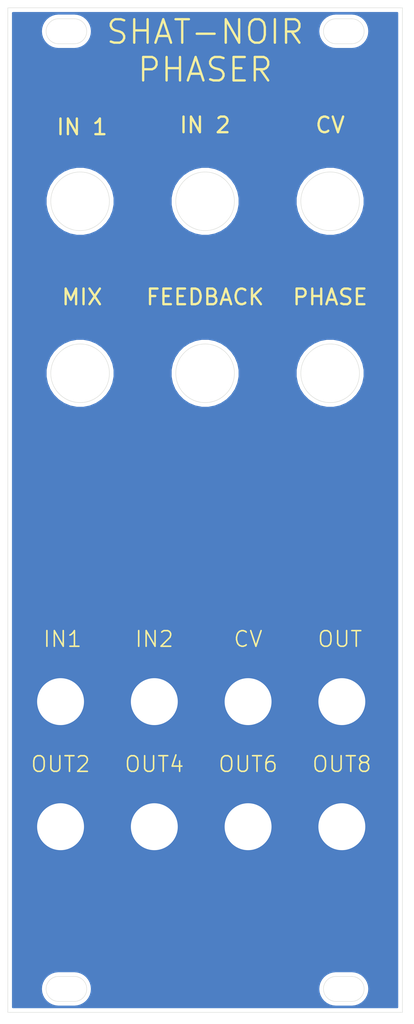
<source format=kicad_pcb>
(kicad_pcb (version 20171130) (host pcbnew "(5.1.9-0-10_14)")
  (layers (0 F.Cu signal) (31 B.Cu signal) (34 B.Paste user hide) (35 F.Paste user hide) (36 B.SilkS user hide) (37 F.SilkS user) (38 B.Mask user hide) (39 F.Mask user) (44 Edge.Cuts user))
  (net 0 "")
  (net 1 GND)
  (module "custom footprints:potleaf_small_copper" (layer F.Cu) (at 25 123.5)
    (fp_text reference REF** hide)
    (fp_text value potleaf_small_copper)
    (fp_poly (pts (xy -3.4036 -3.9751) (xy -3.0861 -3.7338) (xy -2.52095 -3.4163) (xy -1.92405 -2.9845) (xy -1.5494 -2.6035) (xy -1.14935 -2.03835) (xy -0.55245 -0.85725) (xy -0.254 -0.2921) (xy -0.2413 -0.2794) (xy -0.5715 -0.254) (xy -0.6731 -0.3048) (xy -1.0287 -0.55245) (xy -1.4351 -0.92075) (xy -1.7653 -1.27) (xy -2.1209 -1.7018) (xy -2.4003 -2.1209) (xy -2.5908 -2.3749) (xy -2.8448 -2.8321) (xy -3.0988 -3.2004) (xy -3.3401 -3.6195) (xy -3.6195 -4.1783)) (layer F.Cu) (width 0.1))
    (fp_poly (pts (xy -1.997075 -0.796925) (xy -1.660525 -0.701675) (xy -1.397 -0.6096) (xy -0.6985 -0.2032) (xy -0.66802 -0.17526) (xy -0.6604 -0.1905) (xy -0.6604 -0.1778) (xy -0.66802 -0.17526) (xy -0.7493 -0.0127) (xy -0.3556 0.127) (xy -0.56515 0.1524) (xy -0.95885 0.1778) (xy -1.4351 0.1778) (xy -1.8796 0.1143) (xy -2.3622 0) (xy -2.7559 -0.1143) (xy -3.1623 -0.3429) (xy -3.4798 -0.5715) (xy -3.8862 -0.6985) (xy -3.2385 -0.7493) (xy -2.7051 -0.7874) (xy -2.24155 -0.79375)) (layer F.Cu) (width 0.1))
    (fp_poly (pts (xy -0.13335 0.2667) (xy -0.50165 0.6985) (xy -0.9398 0.97155) (xy -1.3208 1.11125) (xy -2.0701 1.27635) (xy -1.5875 0.7493) (xy -1.1938 0.4826) (xy -0.8255 0.2794) (xy -0.3556 0.2032) (xy -0.3302 0.2032)) (layer F.Cu) (width 0.1))
    (fp_poly (pts (xy 0 -0.2159) (xy -0.211138 -0.022225) (xy 0.007937 0.073025) (xy 0.758825 0.61595) (xy 0.57785 0.7112) (xy 0 0.254) (xy 0.0127 1.3462) (xy -0.1016 1.2065) (xy -0.10795 0.3175) (xy -0.0635 0.3175) (xy -0.4445 0.1016) (xy -0.73025 -0.0508) (xy -0.56515 -0.3302)) (layer F.Cu) (width 0.1))
    (fp_poly (pts (xy 0.64135 0.2413) (xy 1.1938 0.5207) (xy 1.520825 0.847725) (xy 1.655763 1.077913) (xy 1.887538 1.347788) (xy 1.58115 1.26365) (xy 1.32715 1.18745) (xy 1.14935 1.12395) (xy 0.7747 0.9906) (xy 0.415925 0.796925) (xy 0.155575 0.511175) (xy 0.03175 0.34925) (xy 0.09525 0.38735) (xy 0.06985 0.32385) (xy 0.13335 0.1524)) (layer F.Cu) (width 0.1))
    (fp_poly (pts (xy 3.0734 -0.762) (xy 3.5052 -0.7366) (xy 4.083207 -0.726057) (xy 3.4036 -0.5715) (xy 2.9718 -0.381) (xy 2.6289 -0.1651) (xy 2.2098 0) (xy 1.6764 0.0889) (xy 1.2319 0.1143) (xy 0.65405 0.09525) (xy 0.0762 0.0762) (xy 0.0127 0) (xy 0.2286 -0.0635) (xy 0.235585 -0.1143) (xy 0.551815 -0.2413) (xy 1.08585 -0.4699) (xy 1.6383 -0.6731) (xy 2.032 -0.7874) (xy 2.4765 -0.7874)) (layer F.Cu) (width 0.1))
    (fp_poly (pts (xy 3.0607 -3.4163) (xy 2.8194 -2.921) (xy 2.6162 -2.4638) (xy 2.35585 -1.9431) (xy 2.0828 -1.5875) (xy 1.77165 -1.17475) (xy 1.30175 -0.78105) (xy 0.8001 -0.4445) (xy -0.3048 0.1524) (xy -0.2794 -0.1778) (xy 0.0254 -0.2286) (xy 0.27305 -0.66675) (xy 0.48895 -1.1303) (xy 0.65405 -1.4605) (xy 0.8382 -1.7526) (xy 1.0033 -2.0701) (xy 1.2827 -2.4257) (xy 1.5621 -2.7432) (xy 1.8923 -3.0353) (xy 2.2352 -3.2639) (xy 2.6162 -3.5179) (xy 3.0099 -3.7846) (xy 3.5433 -4.1783)) (layer F.Cu) (width 0.1))
    (fp_poly (pts (xy 0.2159 -5.5499) (xy 0.3175 -5.0673) (xy 0.4318 -4.6101) (xy 0.51435 -4.2799) (xy 0.57785 -3.8989) (xy 0.6223 -3.3782) (xy 0.6223 -2.8448) (xy 0.5715 -2.2606) (xy 0.508 -1.7399) (xy 0.365125 -1.2446) (xy 0.066675 -0.2286) (xy -0.14605 -0.2794) (xy -0.381 -1.1938) (xy -0.554038 -2.0574) (xy -0.538163 -2.8448) (xy -0.485775 -3.5052) (xy -0.32385 -4.2799) (xy -0.0889 -5.0927) (xy 0.0381 -5.8674) (xy 0.1016 -6.3881)) (layer F.Cu) (width 0.1))
  )
  (module "custom footprints:6mm_mounting_hole_thonkiconn" (layer F.Cu) (at 42.75 104.75)
    (fp_text reference TP1 hide)
    (fp_text value TestPoint)
    (pad 1 thru_hole circle (at 0 0) (size 6.1 6.1) (drill 6) (layers *.Cu *.Mask) (net 1 GND))
  )
  (module "custom footprints:6mm_mounting_hole_thonkiconn" (layer F.Cu) (at 6.75 88.75)
    (fp_text reference TP1 hide)
    (fp_text value TestPoint)
    (pad 1 thru_hole circle (at 0 0) (size 6.1 6.1) (drill 6) (layers *.Cu *.Mask) (net 1 GND))
  )
  (module "custom footprints:6mm_mounting_hole_thonkiconn" (layer F.Cu) (at 42.75 88.75)
    (fp_text reference TP1 hide)
    (fp_text value TestPoint)
    (pad 1 thru_hole circle (at 0 0) (size 6.1 6.1) (drill 6) (layers *.Cu *.Mask) (net 1 GND))
  )
  (module "custom footprints:6mm_mounting_hole_thonkiconn" (layer F.Cu) (at 30.75 88.75)
    (fp_text reference TP1 hide)
    (fp_text value TestPoint)
    (pad 1 thru_hole circle (at 0 0) (size 6.1 6.1) (drill 6) (layers *.Cu *.Mask) (net 1 GND))
  )
  (module "custom footprints:6mm_mounting_hole_thonkiconn" (layer F.Cu) (at 18.75 88.75)
    (fp_text reference TP1 hide)
    (fp_text value TestPoint)
    (pad 1 thru_hole circle (at 0 0) (size 6.1 6.1) (drill 6) (layers *.Cu *.Mask) (net 1 GND))
  )
  (module "custom footprints:6mm_mounting_hole_thonkiconn" (layer F.Cu) (at 6.75 104.75)
    (fp_text reference TP1 hide)
    (fp_text value TestPoint)
    (pad 1 thru_hole circle (at 0 0) (size 6.1 6.1) (drill 6) (layers *.Cu *.Mask) (net 1 GND))
  )
  (module "custom footprints:6mm_mounting_hole_thonkiconn" (layer F.Cu) (at 30.75 104.75)
    (fp_text reference TP1 hide)
    (fp_text value TestPoint)
    (pad 1 thru_hole circle (at 0 0) (size 6.1 6.1) (drill 6) (layers *.Cu *.Mask) (net 1 GND))
  )
  (module "custom footprints:6mm_mounting_hole_thonkiconn" (layer F.Cu) (at 18.75 104.75)
    (fp_text reference TP1 hide)
    (fp_text value TestPoint)
    (pad 1 thru_hole circle (at 0 0) (size 6.1 6.1) (drill 6) (layers *.Cu *.Mask) (net 1 GND))
  )
  (gr_text OUT8 (at 42.75 96.75) (layer F.SilkS) (effects (font (size 2 2) (thickness 0.2))))
  (gr_text OUT6 (at 30.75 96.75) (layer F.SilkS) (effects (font (size 2 2) (thickness 0.2))))
  (gr_text OUT4 (at 18.75 96.75) (layer F.SilkS) (effects (font (size 2 2) (thickness 0.2))))
  (gr_text OUT2 (at 6.75 96.75) (layer F.SilkS) (effects (font (size 2 2) (thickness 0.2))))
  (gr_text OUT (at 42.5 80.75) (layer F.SilkS) (effects (font (size 2 2) (thickness 0.2))))
  (gr_text CV (at 30.75 80.75) (layer F.SilkS) (effects (font (size 2 2) (thickness 0.2))))
  (gr_text IN2 (at 18.75 80.75) (layer F.SilkS) (effects (font (size 2 2) (thickness 0.2))))
  (gr_line (start 42.75 104.75) (end 9.5 104.75) (layer F.Cu) (width 2))
  (gr_line (start 17.75 88.75) (end 7.75 88.75) (layer F.Cu) (width 2))
  (gr_text IN1 (at 7 80.75) (layer F.SilkS) (effects (font (size 2 2) (thickness 0.2))))
  (gr_text "SHAT-NOIR\nPHASER" (at 25.25 5.5) (layer F.SilkS) (effects (font (size 3 3) (thickness 0.3))))
  (gr_text "IN 1" (at 9.5 15.25) (layer F.SilkS) (effects (font (size 2 2) (thickness 0.3))))
  (gr_text "IN 2" (at 25.25 15) (layer F.SilkS) (effects (font (size 2 2) (thickness 0.3))))
  (gr_text CV (at 41.25 15) (layer F.SilkS) (effects (font (size 2 2) (thickness 0.3))))
  (gr_text PHASE (at 41.25 37) (layer F.SilkS) (effects (font (size 2 2) (thickness 0.3))))
  (gr_text FEEDBACK (at 25.25 37) (layer F.SilkS) (effects (font (size 2 2) (thickness 0.3))))
  (gr_text MIX (at 9.5 37) (layer F.SilkS) (effects (font (size 2 2) (thickness 0.3))))
  (gr_circle (center 41.25 46.75) (end 45 46.75) (layer Edge.Cuts) (width 0.05))
  (gr_circle (center 25.25 46.75) (end 29 46.75) (layer Edge.Cuts) (width 0.05))
  (gr_circle (center 9.25 46.75) (end 13 46.75) (layer Edge.Cuts) (width 0.05))
  (gr_circle (center 41.25 24.75) (end 45 24.75) (layer Edge.Cuts) (width 0.05))
  (gr_circle (center 25.25 24.75) (end 29 24.75) (layer Edge.Cuts) (width 0.05))
  (gr_circle (center 9.25 24.75) (end 13 24.75) (layer Edge.Cuts) (width 0.05))
  (gr_arc (start 8.5 125.5) (end 8.5 127.1) (angle -180) (layer Edge.Cuts) (width 0.05))
  (gr_line (start 6.5 123.9) (end 8.5 123.9) (layer Edge.Cuts) (width 0.05))
  (gr_arc (start 6.5 125.5) (end 6.5 123.9) (angle -180) (layer Edge.Cuts) (width 0.05))
  (gr_line (start 6.5 127.1) (end 8.5 127.1) (layer Edge.Cuts) (width 0.05))
  (gr_arc (start 8.5 3) (end 8.5 4.6) (angle -180) (layer Edge.Cuts) (width 0.05))
  (gr_line (start 6.5 1.4) (end 8.5 1.4) (layer Edge.Cuts) (width 0.05))
  (gr_arc (start 6.5 3) (end 6.5 1.4) (angle -180) (layer Edge.Cuts) (width 0.05))
  (gr_line (start 6.5 4.6) (end 8.5 4.6) (layer Edge.Cuts) (width 0.05))
  (gr_arc (start 44 125.5) (end 44 127.1) (angle -180) (layer Edge.Cuts) (width 0.05))
  (gr_line (start 42 123.9) (end 44 123.9) (layer Edge.Cuts) (width 0.05))
  (gr_arc (start 42 125.5) (end 42 123.9) (angle -180) (layer Edge.Cuts) (width 0.05))
  (gr_line (start 42 127.1) (end 44 127.1) (layer Edge.Cuts) (width 0.05))
  (gr_line (start 42 1.4) (end 44 1.4) (layer Edge.Cuts) (width 0.05))
  (gr_line (start 42 4.6) (end 44 4.6) (layer Edge.Cuts) (width 0.05))
  (gr_arc (start 42 3) (end 42 1.4) (angle -180) (layer Edge.Cuts) (width 0.05))
  (gr_arc (start 44 3) (end 44 4.6) (angle -180) (layer Edge.Cuts) (width 0.05))
  (gr_line (start 0 128.5) (end 0 0) (layer Edge.Cuts) (width 0.05))
  (gr_line (start 50.5 128.5) (end 0 128.5) (layer Edge.Cuts) (width 0.05))
  (gr_line (start 50.5 0) (end 50.5 128.5) (layer Edge.Cuts) (width 0.05))
  (gr_line (start 0 0) (end 50.5 0) (layer Edge.Cuts) (width 0.05))
  (zone (net 1) (net_name GND) (layer B.Cu) (connect_pads yes (clearance 0.508)) (min_thickness 0.254) (fill yes (arc_segments 32) (thermal_gap 0.508) (thermal_bridge_width 0.508))
    (polygon (pts (xy 52 130) (xy -1 130) (xy -1 -1) (xy 52 -1)))
  )
)
</source>
